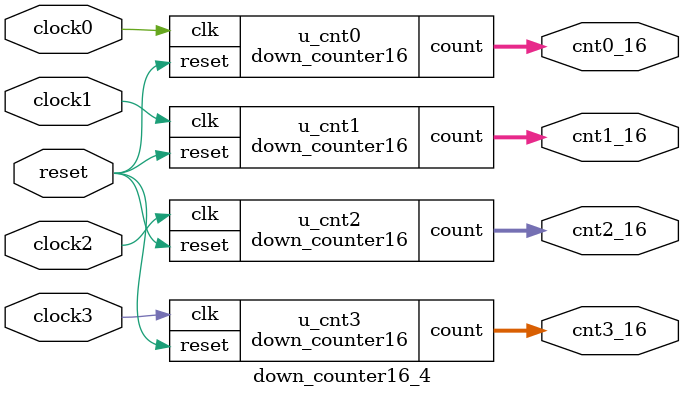
<source format=v>

module down_counter16 (clk, reset, count);
	input clk, reset;
	output [15:0] count;
	reg [15:0] count;                                   

	always @ (posedge clk or negedge reset) begin
		if (reset == 1'b0)
		  count <= 16'hffff;
		else 
		  count <= count - 1;
	end

endmodule  

module down_counter16_4 (clock0, clock1, clock2, clock3, reset, cnt0_16, cnt1_16, cnt2_16, cnt3_16);
	input clock0, clock1, clock2, clock3;
	input reset;
	output [15:0] cnt0_16;
	output [15:0] cnt1_16;
	output [15:0] cnt2_16;
	output [15:0] cnt3_16;

	down_counter16 u_cnt0(.clk(clock0), .reset(reset), .count(cnt0_16));
	down_counter16 u_cnt1(.clk(clock1), .reset(reset), .count(cnt1_16));
	down_counter16 u_cnt2(.clk(clock2), .reset(reset), .count(cnt2_16));
	down_counter16 u_cnt3(.clk(clock3), .reset(reset), .count(cnt3_16));

endmodule 
</source>
